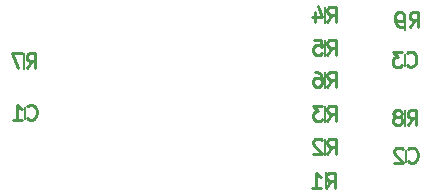
<source format=gbr>
G04 #@! TF.GenerationSoftware,KiCad,Pcbnew,(5.1.10)-1*
G04 #@! TF.CreationDate,2021-10-20T16:58:38-04:00*
G04 #@! TF.ProjectId,buttons,62757474-6f6e-4732-9e6b-696361645f70,rev?*
G04 #@! TF.SameCoordinates,Original*
G04 #@! TF.FileFunction,Legend,Bot*
G04 #@! TF.FilePolarity,Positive*
%FSLAX46Y46*%
G04 Gerber Fmt 4.6, Leading zero omitted, Abs format (unit mm)*
G04 Created by KiCad (PCBNEW (5.1.10)-1) date 2021-10-20 16:58:38*
%MOMM*%
%LPD*%
G01*
G04 APERTURE LIST*
%ADD10C,0.200000*%
%ADD11C,0.254000*%
G04 APERTURE END LIST*
D10*
X135572500Y-62317000D02*
X135572500Y-63667000D01*
X135572500Y-70508500D02*
X135572500Y-71858500D01*
X103314500Y-65682500D02*
X103314500Y-67032500D01*
X128778000Y-68620000D02*
X128778000Y-67270000D01*
X128778000Y-65889500D02*
X128778000Y-64539500D01*
X128778000Y-63095500D02*
X128778000Y-61745500D01*
X128778000Y-71477500D02*
X128778000Y-70127500D01*
X128778000Y-74271500D02*
X128778000Y-72921500D01*
X128841500Y-77065500D02*
X128841500Y-75715500D01*
X135514500Y-66755500D02*
X135514500Y-65705500D01*
X135636000Y-74883500D02*
X135636000Y-73833500D01*
X103378000Y-71264000D02*
X103378000Y-70214000D01*
D11*
X135948666Y-63453023D02*
X136372000Y-62848261D01*
X136674380Y-63453023D02*
X136674380Y-62183023D01*
X136190571Y-62183023D01*
X136069619Y-62243500D01*
X136009142Y-62303976D01*
X135948666Y-62424928D01*
X135948666Y-62606357D01*
X136009142Y-62727309D01*
X136069619Y-62787785D01*
X136190571Y-62848261D01*
X136674380Y-62848261D01*
X135343904Y-63453023D02*
X135102000Y-63453023D01*
X134981047Y-63392547D01*
X134920571Y-63332071D01*
X134799619Y-63150642D01*
X134739142Y-62908738D01*
X134739142Y-62424928D01*
X134799619Y-62303976D01*
X134860095Y-62243500D01*
X134981047Y-62183023D01*
X135222952Y-62183023D01*
X135343904Y-62243500D01*
X135404380Y-62303976D01*
X135464857Y-62424928D01*
X135464857Y-62727309D01*
X135404380Y-62848261D01*
X135343904Y-62908738D01*
X135222952Y-62969214D01*
X134981047Y-62969214D01*
X134860095Y-62908738D01*
X134799619Y-62848261D01*
X134739142Y-62727309D01*
X135784166Y-71758023D02*
X136207500Y-71153261D01*
X136509880Y-71758023D02*
X136509880Y-70488023D01*
X136026071Y-70488023D01*
X135905119Y-70548500D01*
X135844642Y-70608976D01*
X135784166Y-70729928D01*
X135784166Y-70911357D01*
X135844642Y-71032309D01*
X135905119Y-71092785D01*
X136026071Y-71153261D01*
X136509880Y-71153261D01*
X135058452Y-71032309D02*
X135179404Y-70971833D01*
X135239880Y-70911357D01*
X135300357Y-70790404D01*
X135300357Y-70729928D01*
X135239880Y-70608976D01*
X135179404Y-70548500D01*
X135058452Y-70488023D01*
X134816547Y-70488023D01*
X134695595Y-70548500D01*
X134635119Y-70608976D01*
X134574642Y-70729928D01*
X134574642Y-70790404D01*
X134635119Y-70911357D01*
X134695595Y-70971833D01*
X134816547Y-71032309D01*
X135058452Y-71032309D01*
X135179404Y-71092785D01*
X135239880Y-71153261D01*
X135300357Y-71274214D01*
X135300357Y-71516119D01*
X135239880Y-71637071D01*
X135179404Y-71697547D01*
X135058452Y-71758023D01*
X134816547Y-71758023D01*
X134695595Y-71697547D01*
X134635119Y-71637071D01*
X134574642Y-71516119D01*
X134574642Y-71274214D01*
X134635119Y-71153261D01*
X134695595Y-71092785D01*
X134816547Y-71032309D01*
X103526166Y-66932023D02*
X103949500Y-66327261D01*
X104251880Y-66932023D02*
X104251880Y-65662023D01*
X103768071Y-65662023D01*
X103647119Y-65722500D01*
X103586642Y-65782976D01*
X103526166Y-65903928D01*
X103526166Y-66085357D01*
X103586642Y-66206309D01*
X103647119Y-66266785D01*
X103768071Y-66327261D01*
X104251880Y-66327261D01*
X103102833Y-65662023D02*
X102256166Y-65662023D01*
X102800452Y-66932023D01*
X128989666Y-68519523D02*
X129413000Y-67914761D01*
X129715380Y-68519523D02*
X129715380Y-67249523D01*
X129231571Y-67249523D01*
X129110619Y-67310000D01*
X129050142Y-67370476D01*
X128989666Y-67491428D01*
X128989666Y-67672857D01*
X129050142Y-67793809D01*
X129110619Y-67854285D01*
X129231571Y-67914761D01*
X129715380Y-67914761D01*
X127901095Y-67249523D02*
X128143000Y-67249523D01*
X128263952Y-67310000D01*
X128324428Y-67370476D01*
X128445380Y-67551904D01*
X128505857Y-67793809D01*
X128505857Y-68277619D01*
X128445380Y-68398571D01*
X128384904Y-68459047D01*
X128263952Y-68519523D01*
X128022047Y-68519523D01*
X127901095Y-68459047D01*
X127840619Y-68398571D01*
X127780142Y-68277619D01*
X127780142Y-67975238D01*
X127840619Y-67854285D01*
X127901095Y-67793809D01*
X128022047Y-67733333D01*
X128263952Y-67733333D01*
X128384904Y-67793809D01*
X128445380Y-67854285D01*
X128505857Y-67975238D01*
X128989666Y-65789023D02*
X129413000Y-65184261D01*
X129715380Y-65789023D02*
X129715380Y-64519023D01*
X129231571Y-64519023D01*
X129110619Y-64579500D01*
X129050142Y-64639976D01*
X128989666Y-64760928D01*
X128989666Y-64942357D01*
X129050142Y-65063309D01*
X129110619Y-65123785D01*
X129231571Y-65184261D01*
X129715380Y-65184261D01*
X127840619Y-64519023D02*
X128445380Y-64519023D01*
X128505857Y-65123785D01*
X128445380Y-65063309D01*
X128324428Y-65002833D01*
X128022047Y-65002833D01*
X127901095Y-65063309D01*
X127840619Y-65123785D01*
X127780142Y-65244738D01*
X127780142Y-65547119D01*
X127840619Y-65668071D01*
X127901095Y-65728547D01*
X128022047Y-65789023D01*
X128324428Y-65789023D01*
X128445380Y-65728547D01*
X128505857Y-65668071D01*
X128989666Y-62995023D02*
X129413000Y-62390261D01*
X129715380Y-62995023D02*
X129715380Y-61725023D01*
X129231571Y-61725023D01*
X129110619Y-61785500D01*
X129050142Y-61845976D01*
X128989666Y-61966928D01*
X128989666Y-62148357D01*
X129050142Y-62269309D01*
X129110619Y-62329785D01*
X129231571Y-62390261D01*
X129715380Y-62390261D01*
X127901095Y-62148357D02*
X127901095Y-62995023D01*
X128203476Y-61664547D02*
X128505857Y-62571690D01*
X127719666Y-62571690D01*
X128989666Y-71377023D02*
X129413000Y-70772261D01*
X129715380Y-71377023D02*
X129715380Y-70107023D01*
X129231571Y-70107023D01*
X129110619Y-70167500D01*
X129050142Y-70227976D01*
X128989666Y-70348928D01*
X128989666Y-70530357D01*
X129050142Y-70651309D01*
X129110619Y-70711785D01*
X129231571Y-70772261D01*
X129715380Y-70772261D01*
X128566333Y-70107023D02*
X127780142Y-70107023D01*
X128203476Y-70590833D01*
X128022047Y-70590833D01*
X127901095Y-70651309D01*
X127840619Y-70711785D01*
X127780142Y-70832738D01*
X127780142Y-71135119D01*
X127840619Y-71256071D01*
X127901095Y-71316547D01*
X128022047Y-71377023D01*
X128384904Y-71377023D01*
X128505857Y-71316547D01*
X128566333Y-71256071D01*
X128989666Y-74171023D02*
X129413000Y-73566261D01*
X129715380Y-74171023D02*
X129715380Y-72901023D01*
X129231571Y-72901023D01*
X129110619Y-72961500D01*
X129050142Y-73021976D01*
X128989666Y-73142928D01*
X128989666Y-73324357D01*
X129050142Y-73445309D01*
X129110619Y-73505785D01*
X129231571Y-73566261D01*
X129715380Y-73566261D01*
X128505857Y-73021976D02*
X128445380Y-72961500D01*
X128324428Y-72901023D01*
X128022047Y-72901023D01*
X127901095Y-72961500D01*
X127840619Y-73021976D01*
X127780142Y-73142928D01*
X127780142Y-73263880D01*
X127840619Y-73445309D01*
X128566333Y-74171023D01*
X127780142Y-74171023D01*
X128888666Y-77067023D02*
X129312000Y-76462261D01*
X129614380Y-77067023D02*
X129614380Y-75797023D01*
X129130571Y-75797023D01*
X129009619Y-75857500D01*
X128949142Y-75917976D01*
X128888666Y-76038928D01*
X128888666Y-76220357D01*
X128949142Y-76341309D01*
X129009619Y-76401785D01*
X129130571Y-76462261D01*
X129614380Y-76462261D01*
X127679142Y-77067023D02*
X128404857Y-77067023D01*
X128042000Y-77067023D02*
X128042000Y-75797023D01*
X128162952Y-75978452D01*
X128283904Y-76099404D01*
X128404857Y-76159880D01*
X135726166Y-66684071D02*
X135786642Y-66744547D01*
X135968071Y-66805023D01*
X136089023Y-66805023D01*
X136270452Y-66744547D01*
X136391404Y-66623595D01*
X136451880Y-66502642D01*
X136512357Y-66260738D01*
X136512357Y-66079309D01*
X136451880Y-65837404D01*
X136391404Y-65716452D01*
X136270452Y-65595500D01*
X136089023Y-65535023D01*
X135968071Y-65535023D01*
X135786642Y-65595500D01*
X135726166Y-65655976D01*
X135302833Y-65535023D02*
X134516642Y-65535023D01*
X134939976Y-66018833D01*
X134758547Y-66018833D01*
X134637595Y-66079309D01*
X134577119Y-66139785D01*
X134516642Y-66260738D01*
X134516642Y-66563119D01*
X134577119Y-66684071D01*
X134637595Y-66744547D01*
X134758547Y-66805023D01*
X135121404Y-66805023D01*
X135242357Y-66744547D01*
X135302833Y-66684071D01*
X135847666Y-74812071D02*
X135908142Y-74872547D01*
X136089571Y-74933023D01*
X136210523Y-74933023D01*
X136391952Y-74872547D01*
X136512904Y-74751595D01*
X136573380Y-74630642D01*
X136633857Y-74388738D01*
X136633857Y-74207309D01*
X136573380Y-73965404D01*
X136512904Y-73844452D01*
X136391952Y-73723500D01*
X136210523Y-73663023D01*
X136089571Y-73663023D01*
X135908142Y-73723500D01*
X135847666Y-73783976D01*
X135363857Y-73783976D02*
X135303380Y-73723500D01*
X135182428Y-73663023D01*
X134880047Y-73663023D01*
X134759095Y-73723500D01*
X134698619Y-73783976D01*
X134638142Y-73904928D01*
X134638142Y-74025880D01*
X134698619Y-74207309D01*
X135424333Y-74933023D01*
X134638142Y-74933023D01*
X103589666Y-71192571D02*
X103650142Y-71253047D01*
X103831571Y-71313523D01*
X103952523Y-71313523D01*
X104133952Y-71253047D01*
X104254904Y-71132095D01*
X104315380Y-71011142D01*
X104375857Y-70769238D01*
X104375857Y-70587809D01*
X104315380Y-70345904D01*
X104254904Y-70224952D01*
X104133952Y-70104000D01*
X103952523Y-70043523D01*
X103831571Y-70043523D01*
X103650142Y-70104000D01*
X103589666Y-70164476D01*
X102380142Y-71313523D02*
X103105857Y-71313523D01*
X102743000Y-71313523D02*
X102743000Y-70043523D01*
X102863952Y-70224952D01*
X102984904Y-70345904D01*
X103105857Y-70406380D01*
M02*

</source>
